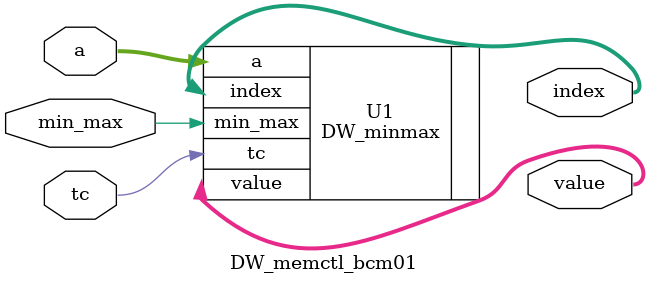
<source format=v>

`include "DW_memctl_params.v"
`include "DW_memctl_bcm_params.v"
`include "DW_memctl_constants.v"
  module DW_memctl_bcm01 (
      // Inputs
	a,
	tc,
	min_max,
      // Outputs
	value,
	index
);

parameter WIDTH = 		4;	// element WIDTH
parameter NUM_INPUTS = 		8;	// number of elements in input array
parameter INDEX_WIDTH = 	3;	// size of index pointer = ceil(log2(NUM_INPUTS))


input  [NUM_INPUTS*WIDTH-1 : 0]		a;	// Concatenated input vector
input					tc;	// 0 = unsigned, 1 = signed
input					min_max;// 0 = find min, 1 = find max
output [WIDTH-1:0]			value;	// mon or max value found
output [INDEX_WIDTH-1:0]		index;	// index to value found

  DW_minmax #(WIDTH,NUM_INPUTS) U1(
	.a(a),
	.tc(tc),
	.min_max(min_max),
	.value(value),
	.index(index) );


endmodule

</source>
